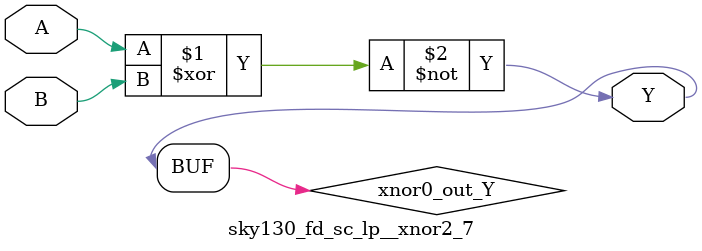
<source format=v>
module sky130_fd_sc_lp__xnor2_7 (
    Y,
    A,
    B
);
    output Y;
    input  A;
    input  B;
    wire xnor0_out_Y;
    xnor xnor0 (xnor0_out_Y, A, B           );
    buf  buf0  (Y          , xnor0_out_Y    );
endmodule
</source>
